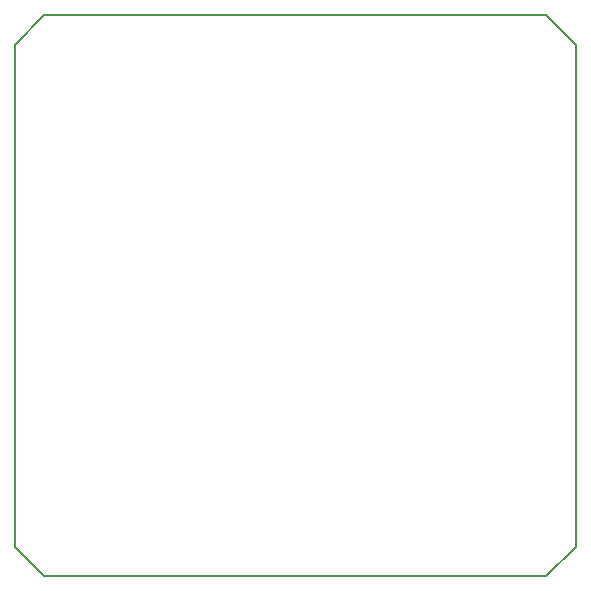
<source format=gbr>
G04 #@! TF.GenerationSoftware,KiCad,Pcbnew,(5.0.0)*
G04 #@! TF.CreationDate,2019-02-17T23:19:19-05:00*
G04 #@! TF.ProjectId,smd test,736D6420746573742E6B696361645F70,rev?*
G04 #@! TF.SameCoordinates,Original*
G04 #@! TF.FileFunction,Profile,NP*
%FSLAX46Y46*%
G04 Gerber Fmt 4.6, Leading zero omitted, Abs format (unit mm)*
G04 Created by KiCad (PCBNEW (5.0.0)) date 02/17/19 23:19:19*
%MOMM*%
%LPD*%
G01*
G04 APERTURE LIST*
%ADD10C,0.150000*%
G04 APERTURE END LIST*
D10*
X146000000Y-91250000D02*
X146000000Y-48750000D01*
X148500000Y-93750000D02*
X146000000Y-91250000D01*
X191000000Y-93750000D02*
X148500000Y-93750000D01*
X193500000Y-91250000D02*
X191000000Y-93750000D01*
X193500000Y-48750000D02*
X193500000Y-91250000D01*
X191000000Y-46250000D02*
X193500000Y-48750000D01*
X148500000Y-46250000D02*
X191000000Y-46250000D01*
X146000000Y-48750000D02*
X148500000Y-46250000D01*
M02*

</source>
